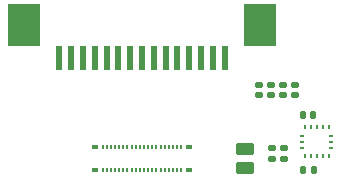
<source format=gtp>
G04*
G04 #@! TF.GenerationSoftware,Altium Limited,Altium Designer,21.8.1 (53)*
G04*
G04 Layer_Color=8421504*
%FSTAX43Y43*%
%MOMM*%
G71*
G04*
G04 #@! TF.SameCoordinates,77AD0121-2578-4578-B714-FB4ED1F38CAD*
G04*
G04*
G04 #@! TF.FilePolarity,Positive*
G04*
G01*
G75*
%ADD14R,0.610X2.000*%
%ADD15R,2.680X3.600*%
G04:AMPARAMS|DCode=16|XSize=0.16mm|YSize=0.38mm|CornerRadius=0.008mm|HoleSize=0mm|Usage=FLASHONLY|Rotation=180.000|XOffset=0mm|YOffset=0mm|HoleType=Round|Shape=RoundedRectangle|*
%AMROUNDEDRECTD16*
21,1,0.160,0.364,0,0,180.0*
21,1,0.144,0.380,0,0,180.0*
1,1,0.016,-0.072,0.182*
1,1,0.016,0.072,0.182*
1,1,0.016,0.072,-0.182*
1,1,0.016,-0.072,-0.182*
%
%ADD16ROUNDEDRECTD16*%
G04:AMPARAMS|DCode=17|XSize=0.455mm|YSize=0.33mm|CornerRadius=0.033mm|HoleSize=0mm|Usage=FLASHONLY|Rotation=0.000|XOffset=0mm|YOffset=0mm|HoleType=Round|Shape=RoundedRectangle|*
%AMROUNDEDRECTD17*
21,1,0.455,0.264,0,0,0.0*
21,1,0.389,0.330,0,0,0.0*
1,1,0.066,0.195,-0.132*
1,1,0.066,-0.195,-0.132*
1,1,0.066,-0.195,0.132*
1,1,0.066,0.195,0.132*
%
%ADD17ROUNDEDRECTD17*%
G04:AMPARAMS|DCode=18|XSize=1.45mm|YSize=0.95mm|CornerRadius=0.095mm|HoleSize=0mm|Usage=FLASHONLY|Rotation=180.000|XOffset=0mm|YOffset=0mm|HoleType=Round|Shape=RoundedRectangle|*
%AMROUNDEDRECTD18*
21,1,1.450,0.760,0,0,180.0*
21,1,1.260,0.950,0,0,180.0*
1,1,0.190,-0.630,0.380*
1,1,0.190,0.630,0.380*
1,1,0.190,0.630,-0.380*
1,1,0.190,-0.630,-0.380*
%
%ADD18ROUNDEDRECTD18*%
G04:AMPARAMS|DCode=19|XSize=0.6mm|YSize=0.5mm|CornerRadius=0.05mm|HoleSize=0mm|Usage=FLASHONLY|Rotation=270.000|XOffset=0mm|YOffset=0mm|HoleType=Round|Shape=RoundedRectangle|*
%AMROUNDEDRECTD19*
21,1,0.600,0.400,0,0,270.0*
21,1,0.500,0.500,0,0,270.0*
1,1,0.100,-0.200,-0.250*
1,1,0.100,-0.200,0.250*
1,1,0.100,0.200,0.250*
1,1,0.100,0.200,-0.250*
%
%ADD19ROUNDEDRECTD19*%
%ADD20R,0.250X0.350*%
%ADD21R,0.350X0.250*%
G04:AMPARAMS|DCode=22|XSize=0.6mm|YSize=0.5mm|CornerRadius=0.05mm|HoleSize=0mm|Usage=FLASHONLY|Rotation=180.000|XOffset=0mm|YOffset=0mm|HoleType=Round|Shape=RoundedRectangle|*
%AMROUNDEDRECTD22*
21,1,0.600,0.400,0,0,180.0*
21,1,0.500,0.500,0,0,180.0*
1,1,0.100,-0.250,0.200*
1,1,0.100,0.250,0.200*
1,1,0.100,0.250,-0.200*
1,1,0.100,-0.250,-0.200*
%
%ADD22ROUNDEDRECTD22*%
D14*
X00265Y00135D02*
D03*
X00255D02*
D03*
X00245D02*
D03*
X00235D02*
D03*
X00225D02*
D03*
X00215D02*
D03*
X00205D02*
D03*
X00195D02*
D03*
X00185D02*
D03*
X00175D02*
D03*
X00165D02*
D03*
X00155D02*
D03*
X00145D02*
D03*
X00135D02*
D03*
X00125D02*
D03*
D15*
X000951Y00163D02*
D03*
X002949D02*
D03*
D16*
X0016175Y000405D02*
D03*
X0016525Y000405D02*
D03*
X0016875D02*
D03*
X0017225Y000405D02*
D03*
X0017575Y000405D02*
D03*
X0016175Y000595D02*
D03*
X0016525Y000595D02*
D03*
X0016875D02*
D03*
X0017225Y000595D02*
D03*
X0017575Y000595D02*
D03*
X0018275Y000405D02*
D03*
X0018625Y000405D02*
D03*
X0018975Y000405D02*
D03*
X0019325Y000405D02*
D03*
X0019675Y000405D02*
D03*
X0022125D02*
D03*
X0022825D02*
D03*
X0017925D02*
D03*
X0022825Y000595D02*
D03*
X0018625Y000595D02*
D03*
X0018275Y000595D02*
D03*
X0017925Y000595D02*
D03*
X0018975D02*
D03*
X0019325D02*
D03*
X0020375D02*
D03*
X0021075D02*
D03*
X0020025D02*
D03*
X0021425D02*
D03*
X0021775Y000595D02*
D03*
X0022125Y000595D02*
D03*
X0022475D02*
D03*
X0019675D02*
D03*
X0020725Y000595D02*
D03*
X0022475Y000405D02*
D03*
X0021075D02*
D03*
X0020725Y000405D02*
D03*
X0020375Y000405D02*
D03*
X0020025Y000405D02*
D03*
X0021425Y000405D02*
D03*
X0021775Y000405D02*
D03*
D17*
X001552Y0004055D02*
D03*
Y0005945D02*
D03*
X002348Y0005945D02*
D03*
Y0004055D02*
D03*
D18*
X0028225Y00042D02*
D03*
Y00058D02*
D03*
D19*
X0034Y000865D02*
D03*
X00331D02*
D03*
X003315Y000405D02*
D03*
X003405D02*
D03*
D20*
X00333Y00052D02*
D03*
X00338D02*
D03*
X00343D02*
D03*
X00348D02*
D03*
X00353D02*
D03*
Y000765D02*
D03*
X00348D02*
D03*
X00343D02*
D03*
X00338D02*
D03*
X00333D02*
D03*
D21*
X0035525Y0005925D02*
D03*
Y0006425D02*
D03*
Y0006925D02*
D03*
X0033075D02*
D03*
Y0006425D02*
D03*
Y0005925D02*
D03*
D22*
X00315Y000585D02*
D03*
Y000495D02*
D03*
X002945Y001125D02*
D03*
Y001035D02*
D03*
X003045Y001125D02*
D03*
Y001035D02*
D03*
X003245Y001125D02*
D03*
Y001035D02*
D03*
X003145Y001125D02*
D03*
Y001035D02*
D03*
X0030525Y000495D02*
D03*
Y000585D02*
D03*
M02*

</source>
